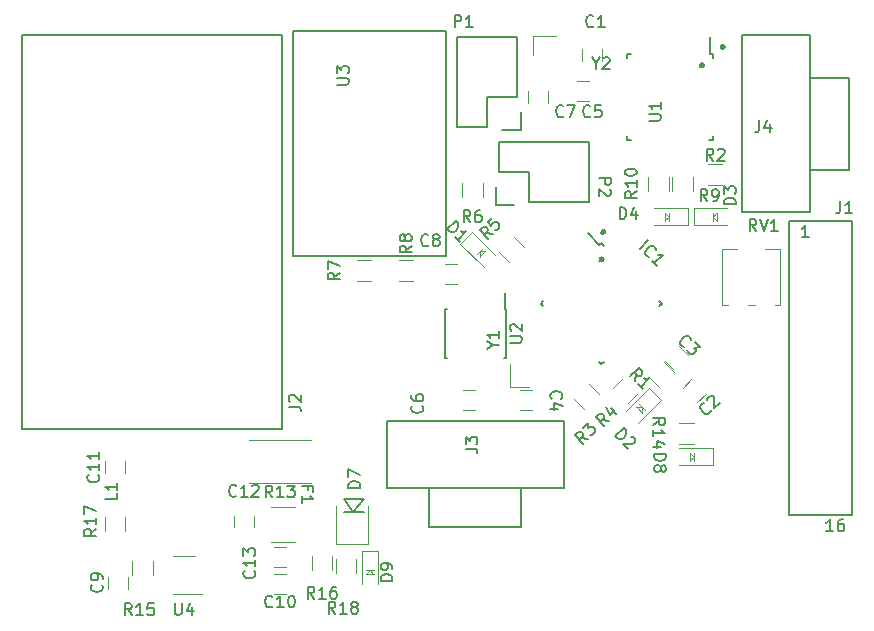
<source format=gbr>
G04 #@! TF.GenerationSoftware,KiCad,Pcbnew,5.0-dev-unknown-dd04bcb~61~ubuntu16.04.1*
G04 #@! TF.CreationDate,2018-03-08T21:33:43-05:00*
G04 #@! TF.ProjectId,etc.,6574632E2E6B696361645F7063620000,rev?*
G04 #@! TF.SameCoordinates,Original*
G04 #@! TF.FileFunction,Legend,Top*
G04 #@! TF.FilePolarity,Positive*
%FSLAX46Y46*%
G04 Gerber Fmt 4.6, Leading zero omitted, Abs format (unit mm)*
G04 Created by KiCad (PCBNEW 5.0-dev-unknown-dd04bcb~61~ubuntu16.04.1) date Thu Mar  8 21:33:43 2018*
%MOMM*%
%LPD*%
G01*
G04 APERTURE LIST*
%ADD10C,0.120000*%
%ADD11C,0.150000*%
%ADD12C,0.500000*%
%ADD13C,0.100000*%
%ADD14C,0.200000*%
G04 APERTURE END LIST*
D10*
X102284529Y-74689503D02*
X102284529Y-73489503D01*
X104044529Y-73489503D02*
X104044529Y-74689503D01*
X101694833Y-66088823D02*
X101694833Y-65088823D01*
X99994833Y-65088823D02*
X99994833Y-66088823D01*
D11*
X141867430Y-46770078D02*
X140859803Y-45762451D01*
X147153053Y-51737503D02*
X146923243Y-51507693D01*
X142026529Y-56864027D02*
X141796719Y-56634217D01*
X136900005Y-51737503D02*
X137129815Y-51967313D01*
X142026529Y-46610979D02*
X142256339Y-46840789D01*
X136900005Y-51737503D02*
X137129815Y-51507693D01*
X142026529Y-56864027D02*
X142256339Y-56634217D01*
X147153053Y-51737503D02*
X146923243Y-51967313D01*
X142026529Y-46610979D02*
X141867430Y-46770078D01*
D12*
X142203053Y-45648889D02*
G75*
G03X142203053Y-45648889I-50800J0D01*
G01*
X142059369Y-47983756D02*
G75*
G03X142059369Y-47983756I-50801J0D01*
G01*
D10*
X129826529Y-48347503D02*
X128826529Y-48347503D01*
X128826529Y-50047503D02*
X129826529Y-50047503D01*
X126116529Y-49823503D02*
X124916529Y-49823503D01*
X124916529Y-48063503D02*
X126116529Y-48063503D01*
X143012011Y-58905513D02*
X143860539Y-58056985D01*
X145105047Y-59301493D02*
X144256519Y-60150021D01*
D11*
X115896529Y-47671503D02*
X117896529Y-47671503D01*
X115896529Y-28671503D02*
X115896529Y-47671503D01*
X128896529Y-28671503D02*
X115896529Y-28671503D01*
X128896529Y-47671503D02*
X128896529Y-28671503D01*
X117896529Y-47671503D02*
X128896529Y-47671503D01*
D10*
X131088712Y-45651736D02*
X133068611Y-47631635D01*
X130098762Y-46641686D02*
X132078661Y-48621585D01*
X131088712Y-45651736D02*
X130098762Y-46641686D01*
D13*
X131725108Y-47278082D02*
X132149372Y-47278082D01*
X132149372Y-47278082D02*
X132220082Y-47278082D01*
X132220082Y-47278082D02*
X131760463Y-47737701D01*
X131725108Y-47773056D02*
X131760463Y-47737701D01*
X131760463Y-47737701D02*
X131725108Y-47773056D01*
X131725108Y-47773056D02*
X131725108Y-47278082D01*
X131725108Y-47278082D02*
X131972595Y-47030594D01*
X131477620Y-47525569D02*
X131725108Y-47278082D01*
D11*
X129834529Y-34211503D02*
X129834529Y-36751503D01*
X129834529Y-36751503D02*
X132374529Y-36751503D01*
X135194529Y-37031503D02*
X135194529Y-35481503D01*
X129834529Y-29131503D02*
X129834529Y-34211503D01*
X134914529Y-29131503D02*
X129834529Y-29131503D01*
X132374529Y-34211503D02*
X134914529Y-34211503D01*
X132374529Y-36751503D02*
X132374529Y-34211503D01*
X135194529Y-37031503D02*
X133644529Y-37031503D01*
X134914529Y-34211503D02*
X134914529Y-29131503D01*
D10*
X140414529Y-30155503D02*
X140414529Y-31155503D01*
X142114529Y-31155503D02*
X142114529Y-30155503D01*
X150148016Y-60058097D02*
X150855123Y-59350990D01*
X149653042Y-58148909D02*
X148945935Y-58856016D01*
X149331123Y-56062016D02*
X148624016Y-55354909D01*
X147421935Y-56556990D02*
X148129042Y-57264097D01*
X136176529Y-59015503D02*
X135176529Y-59015503D01*
X135176529Y-60715503D02*
X136176529Y-60715503D01*
X141002529Y-32853503D02*
X140002529Y-32853503D01*
X140002529Y-34553503D02*
X141002529Y-34553503D01*
X130350529Y-60715503D02*
X131350529Y-60715503D01*
X131350529Y-59015503D02*
X130350529Y-59015503D01*
X137542529Y-34711503D02*
X137542529Y-33711503D01*
X135842529Y-33711503D02*
X135842529Y-34711503D01*
X101982529Y-75859503D02*
X101982529Y-74859503D01*
X100282529Y-74859503D02*
X100282529Y-75859503D01*
X114314833Y-76344823D02*
X115314833Y-76344823D01*
X115314833Y-74644823D02*
X114314833Y-74644823D01*
X112616833Y-70676823D02*
X112616833Y-69676823D01*
X110916833Y-69676823D02*
X110916833Y-70676823D01*
X114314833Y-74058823D02*
X115314833Y-74058823D01*
X115314833Y-72358823D02*
X114314833Y-72358823D01*
D13*
X145222463Y-60238594D02*
X145469950Y-60486082D01*
X145469950Y-60486082D02*
X145717438Y-60733569D01*
X144974976Y-60486082D02*
X145469950Y-60486082D01*
X145010331Y-60521437D02*
X144974976Y-60486082D01*
X144974976Y-60486082D02*
X145010331Y-60521437D01*
X145469950Y-60981056D02*
X145010331Y-60521437D01*
X145469950Y-60910346D02*
X145469950Y-60981056D01*
X145469950Y-60486082D02*
X145469950Y-60910346D01*
D10*
X147096296Y-59849686D02*
X146106346Y-58859736D01*
X146106346Y-58859736D02*
X144126447Y-60839635D01*
X147096296Y-59849686D02*
X145116397Y-61829585D01*
D13*
X151478529Y-44721503D02*
X151478529Y-44371503D01*
X151478529Y-44371503D02*
X151478529Y-44021503D01*
X151828529Y-44721503D02*
X151478529Y-44371503D01*
X151828529Y-44671503D02*
X151828529Y-44721503D01*
X151828529Y-44721503D02*
X151828529Y-44671503D01*
X151828529Y-44021503D02*
X151828529Y-44671503D01*
X151778529Y-44071503D02*
X151828529Y-44021503D01*
X151478529Y-44371503D02*
X151778529Y-44071503D01*
D10*
X149878529Y-43671503D02*
X149878529Y-45071503D01*
X149878529Y-45071503D02*
X152678529Y-45071503D01*
X149878529Y-43671503D02*
X152678529Y-43671503D01*
X149330529Y-45071503D02*
X146530529Y-45071503D01*
X149330529Y-43671503D02*
X146530529Y-43671503D01*
X149330529Y-45071503D02*
X149330529Y-43671503D01*
D13*
X147730529Y-44371503D02*
X147430529Y-44671503D01*
X147430529Y-44671503D02*
X147380529Y-44721503D01*
X147380529Y-44721503D02*
X147380529Y-44071503D01*
X147380529Y-44021503D02*
X147380529Y-44071503D01*
X147380529Y-44071503D02*
X147380529Y-44021503D01*
X147380529Y-44021503D02*
X147730529Y-44371503D01*
X147730529Y-44371503D02*
X147730529Y-44721503D01*
X147730529Y-44021503D02*
X147730529Y-44371503D01*
D14*
X121910833Y-68290823D02*
X121010833Y-69390823D01*
X120210833Y-68290823D02*
X121910833Y-68290823D01*
X121010833Y-69390823D02*
X120210833Y-68290823D01*
X120210833Y-69390823D02*
X121910833Y-69390823D01*
D10*
X119577333Y-72065823D02*
X122244333Y-72065823D01*
X122244333Y-72065823D02*
X122244333Y-68890823D01*
X119577333Y-72065823D02*
X119577333Y-68890823D01*
D13*
X149846529Y-64341503D02*
X149846529Y-64691503D01*
X149846529Y-64691503D02*
X149846529Y-65041503D01*
X149496529Y-64341503D02*
X149846529Y-64691503D01*
X149496529Y-64391503D02*
X149496529Y-64341503D01*
X149496529Y-64341503D02*
X149496529Y-64391503D01*
X149496529Y-65041503D02*
X149496529Y-64391503D01*
X149546529Y-64991503D02*
X149496529Y-65041503D01*
X149846529Y-64691503D02*
X149546529Y-64991503D01*
D10*
X151446529Y-65391503D02*
X151446529Y-63991503D01*
X151446529Y-63991503D02*
X148646529Y-63991503D01*
X151446529Y-65391503D02*
X148646529Y-65391503D01*
X123134833Y-72678823D02*
X123134833Y-75478823D01*
X121734833Y-72678823D02*
X121734833Y-75478823D01*
X123134833Y-72678823D02*
X121734833Y-72678823D01*
D13*
X122434833Y-74278823D02*
X122734833Y-74578823D01*
X122734833Y-74578823D02*
X122784833Y-74628823D01*
X122784833Y-74628823D02*
X122134833Y-74628823D01*
X122084833Y-74628823D02*
X122134833Y-74628823D01*
X122134833Y-74628823D02*
X122084833Y-74628823D01*
X122084833Y-74628823D02*
X122434833Y-74278823D01*
X122434833Y-74278823D02*
X122784833Y-74278823D01*
X122084833Y-74278823D02*
X122434833Y-74278823D01*
D10*
X114068833Y-68934823D02*
X116068833Y-68934823D01*
X116068833Y-71894823D02*
X114068833Y-71894823D01*
D11*
X157918529Y-69663503D02*
X163218529Y-69663503D01*
X157918529Y-44733503D02*
X163218529Y-44733503D01*
X157918529Y-69663503D02*
X157918529Y-44733503D01*
X163218529Y-69663503D02*
X163218529Y-44733503D01*
X138858529Y-61643503D02*
X123858529Y-61643503D01*
X138858529Y-67365503D02*
X123858529Y-67365503D01*
X123858529Y-67365503D02*
X123858529Y-61643503D01*
X138858529Y-67365503D02*
X138858529Y-61643503D01*
X135258529Y-70675503D02*
X135258529Y-67365503D01*
X127458529Y-70675503D02*
X135258529Y-70675503D01*
X127458529Y-67365503D02*
X127458529Y-70675503D01*
X159686529Y-40397503D02*
X162996529Y-40397503D01*
X162996529Y-40397503D02*
X162996529Y-32597503D01*
X162996529Y-32597503D02*
X159686529Y-32597503D01*
X159686529Y-28997503D02*
X153964529Y-28997503D01*
X159686529Y-43997503D02*
X153964529Y-43997503D01*
X159686529Y-28997503D02*
X159686529Y-43997503D01*
X153964529Y-28997503D02*
X153964529Y-43997503D01*
X135930529Y-43101503D02*
X141010529Y-43101503D01*
X133110529Y-43381503D02*
X133110529Y-41831503D01*
X133390529Y-40561503D02*
X135930529Y-40561503D01*
X135930529Y-40561503D02*
X135930529Y-43101503D01*
X141010529Y-43101503D02*
X141010529Y-38021503D01*
X141010529Y-38021503D02*
X135930529Y-38021503D01*
X133110529Y-43381503D02*
X134660529Y-43381503D01*
X133390529Y-38021503D02*
X133390529Y-40561503D01*
X135930529Y-38021503D02*
X133390529Y-38021503D01*
D10*
X146908539Y-58789772D02*
X146060011Y-57941244D01*
X147304519Y-56696736D02*
X148153047Y-57545264D01*
X151078529Y-39935503D02*
X152278529Y-39935503D01*
X152278529Y-41695503D02*
X151078529Y-41695503D01*
X140558539Y-60658021D02*
X139710011Y-59809493D01*
X140954519Y-58564985D02*
X141803047Y-59413513D01*
X134208539Y-48212021D02*
X133360011Y-47363493D01*
X134604519Y-46118985D02*
X135453047Y-46967513D01*
X130224529Y-42685503D02*
X130224529Y-41485503D01*
X131984529Y-41485503D02*
X131984529Y-42685503D01*
X121360529Y-48063503D02*
X122560529Y-48063503D01*
X122560529Y-49823503D02*
X121360529Y-49823503D01*
X148004529Y-42177503D02*
X148004529Y-40977503D01*
X149764529Y-40977503D02*
X149764529Y-42177503D01*
X145972529Y-42177503D02*
X145972529Y-40977503D01*
X147732529Y-40977503D02*
X147732529Y-42177503D01*
X112214833Y-63260823D02*
X117414833Y-63260823D01*
X117414833Y-66900823D02*
X112214833Y-66900823D01*
X148638574Y-61858447D02*
X149838574Y-61858447D01*
X149838574Y-63618447D02*
X148638574Y-63618447D01*
X117490833Y-74316823D02*
X117490833Y-73116823D01*
X119250833Y-73116823D02*
X119250833Y-74316823D01*
X99964833Y-71014823D02*
X99964833Y-69814823D01*
X101724833Y-69814823D02*
X101724833Y-71014823D01*
X121282833Y-73370823D02*
X121282833Y-74570823D01*
X119522833Y-74570823D02*
X119522833Y-73370823D01*
D12*
X150560929Y-31544503D02*
G75*
G03X150560929Y-31544503I-50800J0D01*
G01*
X152313529Y-29995103D02*
G75*
G03X152313529Y-29995103I-50800J0D01*
G01*
D11*
X151493529Y-30586503D02*
X151268529Y-30586503D01*
X151493529Y-37836503D02*
X151168529Y-37836503D01*
X144243529Y-37836503D02*
X144568529Y-37836503D01*
X144243529Y-30586503D02*
X144568529Y-30586503D01*
X151493529Y-30586503D02*
X151493529Y-30911503D01*
X144243529Y-30586503D02*
X144243529Y-30911503D01*
X144243529Y-37836503D02*
X144243529Y-37511503D01*
X151493529Y-37836503D02*
X151493529Y-37511503D01*
X151268529Y-30586503D02*
X151268529Y-29161503D01*
X133933529Y-52202502D02*
X133883529Y-52202503D01*
X133933529Y-56352504D02*
X133788529Y-56352503D01*
X128783529Y-56352504D02*
X128928529Y-56352503D01*
X128783529Y-52202502D02*
X128928529Y-52202503D01*
X133933529Y-52202502D02*
X133933529Y-56352504D01*
X128783529Y-52202502D02*
X128783529Y-56352504D01*
X133883529Y-52202503D02*
X133883530Y-50802503D01*
D10*
X107586833Y-73122823D02*
X105786833Y-73122823D01*
X105786833Y-76342823D02*
X108236833Y-76342823D01*
D13*
X134292529Y-58817503D02*
X134292529Y-56817503D01*
X134292529Y-58817503D02*
X135892529Y-58817503D01*
X136216529Y-29055503D02*
X136216529Y-30655503D01*
X136216529Y-29055503D02*
X138216529Y-29055503D01*
D11*
X92958529Y-62309503D02*
X92953729Y-29004503D01*
X92958529Y-29004503D02*
X114958529Y-29004503D01*
X114975529Y-29004503D02*
X114958529Y-62309503D01*
X114958529Y-62309503D02*
X92958529Y-62309503D01*
D10*
X157186529Y-47091503D02*
X157186529Y-51811503D01*
X152266529Y-47091503D02*
X152266529Y-51811503D01*
X157186529Y-47091503D02*
X155906529Y-47091503D01*
X153546529Y-47091503D02*
X152266529Y-47091503D01*
X157186529Y-51811503D02*
X156706529Y-51811503D01*
X155046529Y-51811503D02*
X154406529Y-51811503D01*
X152746529Y-51811503D02*
X152266529Y-51811503D01*
X156806529Y-47091503D02*
X156806529Y-47091503D01*
X156806529Y-47091503D02*
X155906529Y-47091503D01*
X156806529Y-47091503D02*
X155906529Y-47091503D01*
D11*
X102267671Y-78097883D02*
X101934338Y-77621693D01*
X101696243Y-78097883D02*
X101696243Y-77097883D01*
X102077195Y-77097883D01*
X102172433Y-77145503D01*
X102220052Y-77193122D01*
X102267671Y-77288360D01*
X102267671Y-77431217D01*
X102220052Y-77526455D01*
X102172433Y-77574074D01*
X102077195Y-77621693D01*
X101696243Y-77621693D01*
X103220052Y-78097883D02*
X102648624Y-78097883D01*
X102934338Y-78097883D02*
X102934338Y-77097883D01*
X102839100Y-77240741D01*
X102743862Y-77335979D01*
X102648624Y-77383598D01*
X104124814Y-77097883D02*
X103648624Y-77097883D01*
X103601005Y-77574074D01*
X103648624Y-77526455D01*
X103743862Y-77478836D01*
X103981957Y-77478836D01*
X104077195Y-77526455D01*
X104124814Y-77574074D01*
X104172433Y-77669312D01*
X104172433Y-77907407D01*
X104124814Y-78002645D01*
X104077195Y-78050264D01*
X103981957Y-78097883D01*
X103743862Y-78097883D01*
X103648624Y-78050264D01*
X103601005Y-78002645D01*
X99423975Y-66231680D02*
X99471594Y-66279299D01*
X99519213Y-66422156D01*
X99519213Y-66517394D01*
X99471594Y-66660251D01*
X99376356Y-66755489D01*
X99281118Y-66803108D01*
X99090642Y-66850727D01*
X98947785Y-66850727D01*
X98757309Y-66803108D01*
X98662071Y-66755489D01*
X98566833Y-66660251D01*
X98519213Y-66517394D01*
X98519213Y-66422156D01*
X98566833Y-66279299D01*
X98614452Y-66231680D01*
X99519213Y-65279299D02*
X99519213Y-65850727D01*
X99519213Y-65565013D02*
X98519213Y-65565013D01*
X98662071Y-65660251D01*
X98757309Y-65755489D01*
X98804928Y-65850727D01*
X99519213Y-64326918D02*
X99519213Y-64898346D01*
X99519213Y-64612632D02*
X98519213Y-64612632D01*
X98662071Y-64707870D01*
X98757309Y-64803108D01*
X98804928Y-64898346D01*
X145294372Y-47089117D02*
X146001479Y-46382010D01*
X146102494Y-47762552D02*
X146035150Y-47762552D01*
X145900463Y-47695209D01*
X145833120Y-47627865D01*
X145765776Y-47493178D01*
X145765776Y-47358491D01*
X145799448Y-47257476D01*
X145900463Y-47089117D01*
X146001479Y-46988102D01*
X146169837Y-46887087D01*
X146270853Y-46853415D01*
X146405540Y-46853415D01*
X146540227Y-46920758D01*
X146607570Y-46988102D01*
X146674914Y-47122789D01*
X146674914Y-47190132D01*
X146708586Y-48503331D02*
X146304525Y-48099270D01*
X146506555Y-48301300D02*
X147213662Y-47594194D01*
X147045303Y-47627865D01*
X146910616Y-47627865D01*
X146809601Y-47594194D01*
X127381862Y-46760645D02*
X127334243Y-46808264D01*
X127191386Y-46855883D01*
X127096148Y-46855883D01*
X126953290Y-46808264D01*
X126858052Y-46713026D01*
X126810433Y-46617788D01*
X126762814Y-46427312D01*
X126762814Y-46284455D01*
X126810433Y-46093979D01*
X126858052Y-45998741D01*
X126953290Y-45903503D01*
X127096148Y-45855883D01*
X127191386Y-45855883D01*
X127334243Y-45903503D01*
X127381862Y-45951122D01*
X127953290Y-46284455D02*
X127858052Y-46236836D01*
X127810433Y-46189217D01*
X127762814Y-46093979D01*
X127762814Y-46046360D01*
X127810433Y-45951122D01*
X127858052Y-45903503D01*
X127953290Y-45855883D01*
X128143767Y-45855883D01*
X128239005Y-45903503D01*
X128286624Y-45951122D01*
X128334243Y-46046360D01*
X128334243Y-46093979D01*
X128286624Y-46189217D01*
X128239005Y-46236836D01*
X128143767Y-46284455D01*
X127953290Y-46284455D01*
X127858052Y-46332074D01*
X127810433Y-46379693D01*
X127762814Y-46474931D01*
X127762814Y-46665407D01*
X127810433Y-46760645D01*
X127858052Y-46808264D01*
X127953290Y-46855883D01*
X128143767Y-46855883D01*
X128239005Y-46808264D01*
X128286624Y-46760645D01*
X128334243Y-46665407D01*
X128334243Y-46474931D01*
X128286624Y-46379693D01*
X128239005Y-46332074D01*
X128143767Y-46284455D01*
X125968909Y-46824169D02*
X125492719Y-47157503D01*
X125968909Y-47395598D02*
X124968909Y-47395598D01*
X124968909Y-47014645D01*
X125016529Y-46919407D01*
X125064148Y-46871788D01*
X125159386Y-46824169D01*
X125302243Y-46824169D01*
X125397481Y-46871788D01*
X125445100Y-46919407D01*
X125492719Y-47014645D01*
X125492719Y-47395598D01*
X125397481Y-46252741D02*
X125349862Y-46347979D01*
X125302243Y-46395598D01*
X125207005Y-46443217D01*
X125159386Y-46443217D01*
X125064148Y-46395598D01*
X125016529Y-46347979D01*
X124968909Y-46252741D01*
X124968909Y-46062264D01*
X125016529Y-45967026D01*
X125064148Y-45919407D01*
X125159386Y-45871788D01*
X125207005Y-45871788D01*
X125302243Y-45919407D01*
X125349862Y-45967026D01*
X125397481Y-46062264D01*
X125397481Y-46252741D01*
X125445100Y-46347979D01*
X125492719Y-46395598D01*
X125587957Y-46443217D01*
X125778433Y-46443217D01*
X125873671Y-46395598D01*
X125921290Y-46347979D01*
X125968909Y-46252741D01*
X125968909Y-46062264D01*
X125921290Y-45967026D01*
X125873671Y-45919407D01*
X125778433Y-45871788D01*
X125587957Y-45871788D01*
X125492719Y-45919407D01*
X125445100Y-45967026D01*
X125397481Y-46062264D01*
X142696030Y-61651732D02*
X142123610Y-61550717D01*
X142291969Y-62055793D02*
X141584862Y-61348687D01*
X141854236Y-61079312D01*
X141955251Y-61045641D01*
X142022595Y-61045641D01*
X142123610Y-61079312D01*
X142224625Y-61180328D01*
X142258297Y-61281343D01*
X142258297Y-61348687D01*
X142224625Y-61449702D01*
X141955251Y-61719076D01*
X142830717Y-60574236D02*
X143302122Y-61045641D01*
X142392984Y-60473221D02*
X142729702Y-61146656D01*
X143167435Y-60708923D01*
X119634909Y-33195407D02*
X120444433Y-33195407D01*
X120539671Y-33147788D01*
X120587290Y-33100169D01*
X120634909Y-33004931D01*
X120634909Y-32814455D01*
X120587290Y-32719217D01*
X120539671Y-32671598D01*
X120444433Y-32623979D01*
X119634909Y-32623979D01*
X119634909Y-32243026D02*
X119634909Y-31623979D01*
X120015862Y-31957312D01*
X120015862Y-31814455D01*
X120063481Y-31719217D01*
X120111100Y-31671598D01*
X120206338Y-31623979D01*
X120444433Y-31623979D01*
X120539671Y-31671598D01*
X120587290Y-31719217D01*
X120634909Y-31814455D01*
X120634909Y-32100169D01*
X120587290Y-32195407D01*
X120539671Y-32243026D01*
X128992735Y-45439472D02*
X129699841Y-44732365D01*
X129868200Y-44900724D01*
X129935544Y-45035411D01*
X129935544Y-45170098D01*
X129901872Y-45271113D01*
X129800857Y-45439472D01*
X129699841Y-45540487D01*
X129531483Y-45641503D01*
X129430467Y-45675174D01*
X129295780Y-45675174D01*
X129161093Y-45607831D01*
X128992735Y-45439472D01*
X130070231Y-46516968D02*
X129666170Y-46112907D01*
X129868200Y-46314938D02*
X130575307Y-45607831D01*
X130406948Y-45641503D01*
X130272261Y-45641503D01*
X130171246Y-45607831D01*
X129604433Y-28313883D02*
X129604433Y-27313883D01*
X129985386Y-27313883D01*
X130080624Y-27361503D01*
X130128243Y-27409122D01*
X130175862Y-27504360D01*
X130175862Y-27647217D01*
X130128243Y-27742455D01*
X130080624Y-27790074D01*
X129985386Y-27837693D01*
X129604433Y-27837693D01*
X131128243Y-28313883D02*
X130556814Y-28313883D01*
X130842529Y-28313883D02*
X130842529Y-27313883D01*
X130747290Y-27456741D01*
X130652052Y-27551979D01*
X130556814Y-27599598D01*
X141351862Y-28218645D02*
X141304243Y-28266264D01*
X141161386Y-28313883D01*
X141066148Y-28313883D01*
X140923290Y-28266264D01*
X140828052Y-28171026D01*
X140780433Y-28075788D01*
X140732814Y-27885312D01*
X140732814Y-27742455D01*
X140780433Y-27551979D01*
X140828052Y-27456741D01*
X140923290Y-27361503D01*
X141066148Y-27313883D01*
X141161386Y-27313883D01*
X141304243Y-27361503D01*
X141351862Y-27409122D01*
X142304243Y-28313883D02*
X141732814Y-28313883D01*
X142018529Y-28313883D02*
X142018529Y-27313883D01*
X141923290Y-27456741D01*
X141828052Y-27551979D01*
X141732814Y-27599598D01*
X151305216Y-60743892D02*
X151305216Y-60811235D01*
X151237872Y-60945922D01*
X151170529Y-61013266D01*
X151035841Y-61080609D01*
X150901154Y-61080609D01*
X150800139Y-61046938D01*
X150631780Y-60945922D01*
X150530765Y-60844907D01*
X150429750Y-60676548D01*
X150396078Y-60575533D01*
X150396078Y-60440846D01*
X150463422Y-60306159D01*
X150530765Y-60238815D01*
X150665452Y-60171472D01*
X150732796Y-60171472D01*
X151002170Y-59902098D02*
X151002170Y-59834754D01*
X151035841Y-59733739D01*
X151204200Y-59565380D01*
X151305216Y-59531709D01*
X151372559Y-59531709D01*
X151473574Y-59565380D01*
X151540918Y-59632724D01*
X151608261Y-59767411D01*
X151608261Y-60575533D01*
X152045994Y-60137800D01*
X149066799Y-55383530D02*
X148999456Y-55383530D01*
X148864769Y-55316186D01*
X148797425Y-55248843D01*
X148730082Y-55114155D01*
X148730082Y-54979468D01*
X148763753Y-54878453D01*
X148864769Y-54710094D01*
X148965784Y-54609079D01*
X149134143Y-54508064D01*
X149235158Y-54474392D01*
X149369845Y-54474392D01*
X149504532Y-54541736D01*
X149571876Y-54609079D01*
X149639219Y-54743766D01*
X149639219Y-54811110D01*
X149942265Y-54979468D02*
X150379998Y-55417201D01*
X149874921Y-55450873D01*
X149975937Y-55551888D01*
X150009608Y-55652904D01*
X150009608Y-55720247D01*
X149975937Y-55821262D01*
X149807578Y-55989621D01*
X149706563Y-56023293D01*
X149639219Y-56023293D01*
X149538204Y-55989621D01*
X149336173Y-55787591D01*
X149302501Y-55686575D01*
X149302501Y-55619232D01*
X137818857Y-59777333D02*
X137771238Y-59729714D01*
X137723619Y-59586857D01*
X137723619Y-59491619D01*
X137771238Y-59348761D01*
X137866476Y-59253523D01*
X137961714Y-59205904D01*
X138152190Y-59158285D01*
X138295047Y-59158285D01*
X138485523Y-59205904D01*
X138580761Y-59253523D01*
X138676000Y-59348761D01*
X138723619Y-59491619D01*
X138723619Y-59586857D01*
X138676000Y-59729714D01*
X138628380Y-59777333D01*
X138390285Y-60634476D02*
X137723619Y-60634476D01*
X138771238Y-60396380D02*
X138056952Y-60158285D01*
X138056952Y-60777333D01*
X141097862Y-35838645D02*
X141050243Y-35886264D01*
X140907386Y-35933883D01*
X140812148Y-35933883D01*
X140669290Y-35886264D01*
X140574052Y-35791026D01*
X140526433Y-35695788D01*
X140478814Y-35505312D01*
X140478814Y-35362455D01*
X140526433Y-35171979D01*
X140574052Y-35076741D01*
X140669290Y-34981503D01*
X140812148Y-34933883D01*
X140907386Y-34933883D01*
X141050243Y-34981503D01*
X141097862Y-35029122D01*
X142002624Y-34933883D02*
X141526433Y-34933883D01*
X141478814Y-35410074D01*
X141526433Y-35362455D01*
X141621671Y-35314836D01*
X141859767Y-35314836D01*
X141955005Y-35362455D01*
X142002624Y-35410074D01*
X142050243Y-35505312D01*
X142050243Y-35743407D01*
X142002624Y-35838645D01*
X141955005Y-35886264D01*
X141859767Y-35933883D01*
X141621671Y-35933883D01*
X141526433Y-35886264D01*
X141478814Y-35838645D01*
X126849142Y-60364666D02*
X126896761Y-60412285D01*
X126944380Y-60555142D01*
X126944380Y-60650380D01*
X126896761Y-60793238D01*
X126801523Y-60888476D01*
X126706285Y-60936095D01*
X126515809Y-60983714D01*
X126372952Y-60983714D01*
X126182476Y-60936095D01*
X126087238Y-60888476D01*
X125992000Y-60793238D01*
X125944380Y-60650380D01*
X125944380Y-60555142D01*
X125992000Y-60412285D01*
X126039619Y-60364666D01*
X125944380Y-59507523D02*
X125944380Y-59698000D01*
X125992000Y-59793238D01*
X126039619Y-59840857D01*
X126182476Y-59936095D01*
X126372952Y-59983714D01*
X126753904Y-59983714D01*
X126849142Y-59936095D01*
X126896761Y-59888476D01*
X126944380Y-59793238D01*
X126944380Y-59602761D01*
X126896761Y-59507523D01*
X126849142Y-59459904D01*
X126753904Y-59412285D01*
X126515809Y-59412285D01*
X126420571Y-59459904D01*
X126372952Y-59507523D01*
X126325333Y-59602761D01*
X126325333Y-59793238D01*
X126372952Y-59888476D01*
X126420571Y-59936095D01*
X126515809Y-59983714D01*
X138811862Y-35838645D02*
X138764243Y-35886264D01*
X138621386Y-35933883D01*
X138526148Y-35933883D01*
X138383290Y-35886264D01*
X138288052Y-35791026D01*
X138240433Y-35695788D01*
X138192814Y-35505312D01*
X138192814Y-35362455D01*
X138240433Y-35171979D01*
X138288052Y-35076741D01*
X138383290Y-34981503D01*
X138526148Y-34933883D01*
X138621386Y-34933883D01*
X138764243Y-34981503D01*
X138811862Y-35029122D01*
X139145195Y-34933883D02*
X139811862Y-34933883D01*
X139383290Y-35933883D01*
X99711671Y-75526169D02*
X99759290Y-75573788D01*
X99806909Y-75716645D01*
X99806909Y-75811883D01*
X99759290Y-75954741D01*
X99664052Y-76049979D01*
X99568814Y-76097598D01*
X99378338Y-76145217D01*
X99235481Y-76145217D01*
X99045005Y-76097598D01*
X98949767Y-76049979D01*
X98854529Y-75954741D01*
X98806909Y-75811883D01*
X98806909Y-75716645D01*
X98854529Y-75573788D01*
X98902148Y-75526169D01*
X99806909Y-75049979D02*
X99806909Y-74859503D01*
X99759290Y-74764264D01*
X99711671Y-74716645D01*
X99568814Y-74621407D01*
X99378338Y-74573788D01*
X98997386Y-74573788D01*
X98902148Y-74621407D01*
X98854529Y-74669026D01*
X98806909Y-74764264D01*
X98806909Y-74954741D01*
X98854529Y-75049979D01*
X98902148Y-75097598D01*
X98997386Y-75145217D01*
X99235481Y-75145217D01*
X99330719Y-75097598D01*
X99378338Y-75049979D01*
X99425957Y-74954741D01*
X99425957Y-74764264D01*
X99378338Y-74669026D01*
X99330719Y-74621407D01*
X99235481Y-74573788D01*
X114171975Y-77351965D02*
X114124356Y-77399584D01*
X113981499Y-77447203D01*
X113886261Y-77447203D01*
X113743404Y-77399584D01*
X113648166Y-77304346D01*
X113600547Y-77209108D01*
X113552928Y-77018632D01*
X113552928Y-76875775D01*
X113600547Y-76685299D01*
X113648166Y-76590061D01*
X113743404Y-76494823D01*
X113886261Y-76447203D01*
X113981499Y-76447203D01*
X114124356Y-76494823D01*
X114171975Y-76542442D01*
X115124356Y-77447203D02*
X114552928Y-77447203D01*
X114838642Y-77447203D02*
X114838642Y-76447203D01*
X114743404Y-76590061D01*
X114648166Y-76685299D01*
X114552928Y-76732918D01*
X115743404Y-76447203D02*
X115838642Y-76447203D01*
X115933880Y-76494823D01*
X115981499Y-76542442D01*
X116029118Y-76637680D01*
X116076737Y-76828156D01*
X116076737Y-77066251D01*
X116029118Y-77256727D01*
X115981499Y-77351965D01*
X115933880Y-77399584D01*
X115838642Y-77447203D01*
X115743404Y-77447203D01*
X115648166Y-77399584D01*
X115600547Y-77351965D01*
X115552928Y-77256727D01*
X115505309Y-77066251D01*
X115505309Y-76828156D01*
X115552928Y-76637680D01*
X115600547Y-76542442D01*
X115648166Y-76494823D01*
X115743404Y-76447203D01*
X111123975Y-67977965D02*
X111076356Y-68025584D01*
X110933499Y-68073203D01*
X110838261Y-68073203D01*
X110695404Y-68025584D01*
X110600166Y-67930346D01*
X110552547Y-67835108D01*
X110504928Y-67644632D01*
X110504928Y-67501775D01*
X110552547Y-67311299D01*
X110600166Y-67216061D01*
X110695404Y-67120823D01*
X110838261Y-67073203D01*
X110933499Y-67073203D01*
X111076356Y-67120823D01*
X111123975Y-67168442D01*
X112076356Y-68073203D02*
X111504928Y-68073203D01*
X111790642Y-68073203D02*
X111790642Y-67073203D01*
X111695404Y-67216061D01*
X111600166Y-67311299D01*
X111504928Y-67358918D01*
X112457309Y-67168442D02*
X112504928Y-67120823D01*
X112600166Y-67073203D01*
X112838261Y-67073203D01*
X112933499Y-67120823D01*
X112981118Y-67168442D01*
X113028737Y-67263680D01*
X113028737Y-67358918D01*
X112981118Y-67501775D01*
X112409690Y-68073203D01*
X113028737Y-68073203D01*
X112631975Y-74359680D02*
X112679594Y-74407299D01*
X112727213Y-74550156D01*
X112727213Y-74645394D01*
X112679594Y-74788251D01*
X112584356Y-74883489D01*
X112489118Y-74931108D01*
X112298642Y-74978727D01*
X112155785Y-74978727D01*
X111965309Y-74931108D01*
X111870071Y-74883489D01*
X111774833Y-74788251D01*
X111727213Y-74645394D01*
X111727213Y-74550156D01*
X111774833Y-74407299D01*
X111822452Y-74359680D01*
X112727213Y-73407299D02*
X112727213Y-73978727D01*
X112727213Y-73693013D02*
X111727213Y-73693013D01*
X111870071Y-73788251D01*
X111965309Y-73883489D01*
X112012928Y-73978727D01*
X111727213Y-73073965D02*
X111727213Y-72454918D01*
X112108166Y-72788251D01*
X112108166Y-72645394D01*
X112155785Y-72550156D01*
X112203404Y-72502537D01*
X112298642Y-72454918D01*
X112536737Y-72454918D01*
X112631975Y-72502537D01*
X112679594Y-72550156D01*
X112727213Y-72645394D01*
X112727213Y-72931108D01*
X112679594Y-73026346D01*
X112631975Y-73073965D01*
X143216735Y-62965472D02*
X143923841Y-62258365D01*
X144092200Y-62426724D01*
X144159544Y-62561411D01*
X144159544Y-62696098D01*
X144125872Y-62797113D01*
X144024857Y-62965472D01*
X143923841Y-63066487D01*
X143755483Y-63167503D01*
X143654467Y-63201174D01*
X143519780Y-63201174D01*
X143385093Y-63133831D01*
X143216735Y-62965472D01*
X144529933Y-62999144D02*
X144597277Y-62999144D01*
X144698292Y-63032815D01*
X144866651Y-63201174D01*
X144900322Y-63302190D01*
X144900322Y-63369533D01*
X144866651Y-63470548D01*
X144799307Y-63537892D01*
X144664620Y-63605235D01*
X143856498Y-63605235D01*
X144294231Y-64042968D01*
X153400909Y-43331598D02*
X152400909Y-43331598D01*
X152400909Y-43093503D01*
X152448529Y-42950645D01*
X152543767Y-42855407D01*
X152639005Y-42807788D01*
X152829481Y-42760169D01*
X152972338Y-42760169D01*
X153162814Y-42807788D01*
X153258052Y-42855407D01*
X153353290Y-42950645D01*
X153400909Y-43093503D01*
X153400909Y-43331598D01*
X152400909Y-42426836D02*
X152400909Y-41807788D01*
X152781862Y-42141122D01*
X152781862Y-41998264D01*
X152829481Y-41903026D01*
X152877100Y-41855407D01*
X152972338Y-41807788D01*
X153210433Y-41807788D01*
X153305671Y-41855407D01*
X153353290Y-41903026D01*
X153400909Y-41998264D01*
X153400909Y-42283979D01*
X153353290Y-42379217D01*
X153305671Y-42426836D01*
X143574433Y-44569883D02*
X143574433Y-43569883D01*
X143812529Y-43569883D01*
X143955386Y-43617503D01*
X144050624Y-43712741D01*
X144098243Y-43807979D01*
X144145862Y-43998455D01*
X144145862Y-44141312D01*
X144098243Y-44331788D01*
X144050624Y-44427026D01*
X143955386Y-44522264D01*
X143812529Y-44569883D01*
X143574433Y-44569883D01*
X145003005Y-43903217D02*
X145003005Y-44569883D01*
X144764909Y-43522264D02*
X144526814Y-44236550D01*
X145145862Y-44236550D01*
X121617213Y-67342918D02*
X120617213Y-67342918D01*
X120617213Y-67104823D01*
X120664833Y-66961965D01*
X120760071Y-66866727D01*
X120855309Y-66819108D01*
X121045785Y-66771489D01*
X121188642Y-66771489D01*
X121379118Y-66819108D01*
X121474356Y-66866727D01*
X121569594Y-66961965D01*
X121617213Y-67104823D01*
X121617213Y-67342918D01*
X120617213Y-66438156D02*
X120617213Y-65771489D01*
X121617213Y-66200061D01*
X146484148Y-64461407D02*
X147484148Y-64461407D01*
X147484148Y-64699503D01*
X147436529Y-64842360D01*
X147341290Y-64937598D01*
X147246052Y-64985217D01*
X147055576Y-65032836D01*
X146912719Y-65032836D01*
X146722243Y-64985217D01*
X146627005Y-64937598D01*
X146531767Y-64842360D01*
X146484148Y-64699503D01*
X146484148Y-64461407D01*
X147055576Y-65604264D02*
X147103195Y-65509026D01*
X147150814Y-65461407D01*
X147246052Y-65413788D01*
X147293671Y-65413788D01*
X147388909Y-65461407D01*
X147436529Y-65509026D01*
X147484148Y-65604264D01*
X147484148Y-65794741D01*
X147436529Y-65889979D01*
X147388909Y-65937598D01*
X147293671Y-65985217D01*
X147246052Y-65985217D01*
X147150814Y-65937598D01*
X147103195Y-65889979D01*
X147055576Y-65794741D01*
X147055576Y-65604264D01*
X147007957Y-65509026D01*
X146960338Y-65461407D01*
X146865100Y-65413788D01*
X146674624Y-65413788D01*
X146579386Y-65461407D01*
X146531767Y-65509026D01*
X146484148Y-65604264D01*
X146484148Y-65794741D01*
X146531767Y-65889979D01*
X146579386Y-65937598D01*
X146674624Y-65985217D01*
X146865100Y-65985217D01*
X146960338Y-65937598D01*
X147007957Y-65889979D01*
X147055576Y-65794741D01*
X124337213Y-75216918D02*
X123337213Y-75216918D01*
X123337213Y-74978823D01*
X123384833Y-74835965D01*
X123480071Y-74740727D01*
X123575309Y-74693108D01*
X123765785Y-74645489D01*
X123908642Y-74645489D01*
X124099118Y-74693108D01*
X124194356Y-74740727D01*
X124289594Y-74835965D01*
X124337213Y-74978823D01*
X124337213Y-75216918D01*
X124337213Y-74169299D02*
X124337213Y-73978823D01*
X124289594Y-73883584D01*
X124241975Y-73835965D01*
X124099118Y-73740727D01*
X123908642Y-73693108D01*
X123527690Y-73693108D01*
X123432452Y-73740727D01*
X123384833Y-73788346D01*
X123337213Y-73883584D01*
X123337213Y-74074061D01*
X123384833Y-74169299D01*
X123432452Y-74216918D01*
X123527690Y-74264537D01*
X123765785Y-74264537D01*
X123861023Y-74216918D01*
X123908642Y-74169299D01*
X123956261Y-74074061D01*
X123956261Y-73883584D01*
X123908642Y-73788346D01*
X123861023Y-73740727D01*
X123765785Y-73693108D01*
X117172261Y-67541489D02*
X117172261Y-67208156D01*
X116648452Y-67208156D02*
X117648452Y-67208156D01*
X117648452Y-67684346D01*
X116648452Y-68589108D02*
X116648452Y-68017680D01*
X116648452Y-68303394D02*
X117648452Y-68303394D01*
X117505594Y-68208156D01*
X117410356Y-68112918D01*
X117362737Y-68017680D01*
X162267195Y-43061883D02*
X162267195Y-43776169D01*
X162219576Y-43919026D01*
X162124338Y-44014264D01*
X161981481Y-44061883D01*
X161886243Y-44061883D01*
X163267195Y-44061883D02*
X162695767Y-44061883D01*
X162981481Y-44061883D02*
X162981481Y-43061883D01*
X162886243Y-43204741D01*
X162791005Y-43299979D01*
X162695767Y-43347598D01*
X161648052Y-70985883D02*
X161076624Y-70985883D01*
X161362338Y-70985883D02*
X161362338Y-69985883D01*
X161267100Y-70128741D01*
X161171862Y-70223979D01*
X161076624Y-70271598D01*
X162505195Y-69985883D02*
X162314719Y-69985883D01*
X162219481Y-70033503D01*
X162171862Y-70081122D01*
X162076624Y-70223979D01*
X162029005Y-70414455D01*
X162029005Y-70795407D01*
X162076624Y-70890645D01*
X162124243Y-70938264D01*
X162219481Y-70985883D01*
X162409957Y-70985883D01*
X162505195Y-70938264D01*
X162552814Y-70890645D01*
X162600433Y-70795407D01*
X162600433Y-70557312D01*
X162552814Y-70462074D01*
X162505195Y-70414455D01*
X162409957Y-70366836D01*
X162219481Y-70366836D01*
X162124243Y-70414455D01*
X162076624Y-70462074D01*
X162029005Y-70557312D01*
X159584243Y-46093883D02*
X159012814Y-46093883D01*
X159298529Y-46093883D02*
X159298529Y-45093883D01*
X159203290Y-45236741D01*
X159108052Y-45331979D01*
X159012814Y-45379598D01*
X130528909Y-64008836D02*
X131243195Y-64008836D01*
X131386052Y-64056455D01*
X131481290Y-64151693D01*
X131528909Y-64294550D01*
X131528909Y-64389788D01*
X130528909Y-63627883D02*
X130528909Y-63008836D01*
X130909862Y-63342169D01*
X130909862Y-63199312D01*
X130957481Y-63104074D01*
X131005100Y-63056455D01*
X131100338Y-63008836D01*
X131338433Y-63008836D01*
X131433671Y-63056455D01*
X131481290Y-63104074D01*
X131528909Y-63199312D01*
X131528909Y-63485026D01*
X131481290Y-63580264D01*
X131433671Y-63627883D01*
X155409195Y-36203883D02*
X155409195Y-36918169D01*
X155361576Y-37061026D01*
X155266338Y-37156264D01*
X155123481Y-37203883D01*
X155028243Y-37203883D01*
X156313957Y-36537217D02*
X156313957Y-37203883D01*
X156075862Y-36156264D02*
X155837767Y-36870550D01*
X156456814Y-36870550D01*
X101043213Y-67787489D02*
X101043213Y-68263680D01*
X100043213Y-68263680D01*
X101043213Y-66930346D02*
X101043213Y-67501775D01*
X101043213Y-67216061D02*
X100043213Y-67216061D01*
X100186071Y-67311299D01*
X100281309Y-67406537D01*
X100328928Y-67501775D01*
X141828148Y-41093407D02*
X142828148Y-41093407D01*
X142828148Y-41474360D01*
X142780529Y-41569598D01*
X142732909Y-41617217D01*
X142637671Y-41664836D01*
X142494814Y-41664836D01*
X142399576Y-41617217D01*
X142351957Y-41569598D01*
X142304338Y-41474360D01*
X142304338Y-41093407D01*
X142732909Y-42045788D02*
X142780529Y-42093407D01*
X142828148Y-42188645D01*
X142828148Y-42426741D01*
X142780529Y-42521979D01*
X142732909Y-42569598D01*
X142637671Y-42617217D01*
X142542433Y-42617217D01*
X142399576Y-42569598D01*
X141828148Y-41998169D01*
X141828148Y-42617217D01*
X144890796Y-58289533D02*
X144991811Y-57717113D01*
X144486735Y-57885472D02*
X145193841Y-57178365D01*
X145463216Y-57447739D01*
X145496887Y-57548754D01*
X145496887Y-57616098D01*
X145463216Y-57717113D01*
X145362200Y-57818128D01*
X145261185Y-57851800D01*
X145193841Y-57851800D01*
X145092826Y-57818128D01*
X144823452Y-57548754D01*
X145564231Y-58962968D02*
X145160170Y-58558907D01*
X145362200Y-58760938D02*
X146069307Y-58053831D01*
X145900948Y-58087503D01*
X145766261Y-58087503D01*
X145665246Y-58053831D01*
X151511862Y-39617883D02*
X151178529Y-39141693D01*
X150940433Y-39617883D02*
X150940433Y-38617883D01*
X151321386Y-38617883D01*
X151416624Y-38665503D01*
X151464243Y-38713122D01*
X151511862Y-38808360D01*
X151511862Y-38951217D01*
X151464243Y-39046455D01*
X151416624Y-39094074D01*
X151321386Y-39141693D01*
X150940433Y-39141693D01*
X151892814Y-38713122D02*
X151940433Y-38665503D01*
X152035671Y-38617883D01*
X152273767Y-38617883D01*
X152369005Y-38665503D01*
X152416624Y-38713122D01*
X152464243Y-38808360D01*
X152464243Y-38903598D01*
X152416624Y-39046455D01*
X151845195Y-39617883D01*
X152464243Y-39617883D01*
X140918030Y-63175732D02*
X140345610Y-63074717D01*
X140513969Y-63579793D02*
X139806862Y-62872687D01*
X140076236Y-62603312D01*
X140177251Y-62569641D01*
X140244595Y-62569641D01*
X140345610Y-62603312D01*
X140446625Y-62704328D01*
X140480297Y-62805343D01*
X140480297Y-62872687D01*
X140446625Y-62973702D01*
X140177251Y-63243076D01*
X140446625Y-62232923D02*
X140884358Y-61795190D01*
X140918030Y-62300267D01*
X141019045Y-62199251D01*
X141120061Y-62165580D01*
X141187404Y-62165580D01*
X141288419Y-62199251D01*
X141456778Y-62367610D01*
X141490450Y-62468625D01*
X141490450Y-62535969D01*
X141456778Y-62636984D01*
X141254748Y-62839015D01*
X141153732Y-62872687D01*
X141086389Y-62872687D01*
X132830559Y-45825235D02*
X132258139Y-45724220D01*
X132426498Y-46229296D02*
X131719391Y-45522190D01*
X131988765Y-45252815D01*
X132089780Y-45219144D01*
X132157124Y-45219144D01*
X132258139Y-45252815D01*
X132359154Y-45353831D01*
X132392826Y-45454846D01*
X132392826Y-45522190D01*
X132359154Y-45623205D01*
X132089780Y-45892579D01*
X132763216Y-44478365D02*
X132426498Y-44815083D01*
X132729544Y-45185472D01*
X132729544Y-45118128D01*
X132763216Y-45017113D01*
X132931574Y-44848754D01*
X133032590Y-44815083D01*
X133099933Y-44815083D01*
X133200948Y-44848754D01*
X133369307Y-45017113D01*
X133402979Y-45118128D01*
X133402979Y-45185472D01*
X133369307Y-45286487D01*
X133200948Y-45454846D01*
X133099933Y-45488518D01*
X133032590Y-45488518D01*
X130937862Y-44823883D02*
X130604529Y-44347693D01*
X130366433Y-44823883D02*
X130366433Y-43823883D01*
X130747386Y-43823883D01*
X130842624Y-43871503D01*
X130890243Y-43919122D01*
X130937862Y-44014360D01*
X130937862Y-44157217D01*
X130890243Y-44252455D01*
X130842624Y-44300074D01*
X130747386Y-44347693D01*
X130366433Y-44347693D01*
X131795005Y-43823883D02*
X131604529Y-43823883D01*
X131509290Y-43871503D01*
X131461671Y-43919122D01*
X131366433Y-44061979D01*
X131318814Y-44252455D01*
X131318814Y-44633407D01*
X131366433Y-44728645D01*
X131414052Y-44776264D01*
X131509290Y-44823883D01*
X131699767Y-44823883D01*
X131795005Y-44776264D01*
X131842624Y-44728645D01*
X131890243Y-44633407D01*
X131890243Y-44395312D01*
X131842624Y-44300074D01*
X131795005Y-44252455D01*
X131699767Y-44204836D01*
X131509290Y-44204836D01*
X131414052Y-44252455D01*
X131366433Y-44300074D01*
X131318814Y-44395312D01*
X119872909Y-49110169D02*
X119396719Y-49443503D01*
X119872909Y-49681598D02*
X118872909Y-49681598D01*
X118872909Y-49300645D01*
X118920529Y-49205407D01*
X118968148Y-49157788D01*
X119063386Y-49110169D01*
X119206243Y-49110169D01*
X119301481Y-49157788D01*
X119349100Y-49205407D01*
X119396719Y-49300645D01*
X119396719Y-49681598D01*
X118872909Y-48776836D02*
X118872909Y-48110169D01*
X119872909Y-48538741D01*
X151003862Y-43045883D02*
X150670529Y-42569693D01*
X150432433Y-43045883D02*
X150432433Y-42045883D01*
X150813386Y-42045883D01*
X150908624Y-42093503D01*
X150956243Y-42141122D01*
X151003862Y-42236360D01*
X151003862Y-42379217D01*
X150956243Y-42474455D01*
X150908624Y-42522074D01*
X150813386Y-42569693D01*
X150432433Y-42569693D01*
X151480052Y-43045883D02*
X151670529Y-43045883D01*
X151765767Y-42998264D01*
X151813386Y-42950645D01*
X151908624Y-42807788D01*
X151956243Y-42617312D01*
X151956243Y-42236360D01*
X151908624Y-42141122D01*
X151861005Y-42093503D01*
X151765767Y-42045883D01*
X151575290Y-42045883D01*
X151480052Y-42093503D01*
X151432433Y-42141122D01*
X151384814Y-42236360D01*
X151384814Y-42474455D01*
X151432433Y-42569693D01*
X151480052Y-42617312D01*
X151575290Y-42664931D01*
X151765767Y-42664931D01*
X151861005Y-42617312D01*
X151908624Y-42569693D01*
X151956243Y-42474455D01*
X145018909Y-42220360D02*
X144542719Y-42553693D01*
X145018909Y-42791788D02*
X144018909Y-42791788D01*
X144018909Y-42410836D01*
X144066529Y-42315598D01*
X144114148Y-42267979D01*
X144209386Y-42220360D01*
X144352243Y-42220360D01*
X144447481Y-42267979D01*
X144495100Y-42315598D01*
X144542719Y-42410836D01*
X144542719Y-42791788D01*
X145018909Y-41267979D02*
X145018909Y-41839407D01*
X145018909Y-41553693D02*
X144018909Y-41553693D01*
X144161767Y-41648931D01*
X144257005Y-41744169D01*
X144304624Y-41839407D01*
X144018909Y-40648931D02*
X144018909Y-40553693D01*
X144066529Y-40458455D01*
X144114148Y-40410836D01*
X144209386Y-40363217D01*
X144399862Y-40315598D01*
X144637957Y-40315598D01*
X144828433Y-40363217D01*
X144923671Y-40410836D01*
X144971290Y-40458455D01*
X145018909Y-40553693D01*
X145018909Y-40648931D01*
X144971290Y-40744169D01*
X144923671Y-40791788D01*
X144828433Y-40839407D01*
X144637957Y-40887026D01*
X144399862Y-40887026D01*
X144209386Y-40839407D01*
X144114148Y-40791788D01*
X144066529Y-40744169D01*
X144018909Y-40648931D01*
X114171975Y-68133203D02*
X113838642Y-67657013D01*
X113600547Y-68133203D02*
X113600547Y-67133203D01*
X113981499Y-67133203D01*
X114076737Y-67180823D01*
X114124356Y-67228442D01*
X114171975Y-67323680D01*
X114171975Y-67466537D01*
X114124356Y-67561775D01*
X114076737Y-67609394D01*
X113981499Y-67657013D01*
X113600547Y-67657013D01*
X115124356Y-68133203D02*
X114552928Y-68133203D01*
X114838642Y-68133203D02*
X114838642Y-67133203D01*
X114743404Y-67276061D01*
X114648166Y-67371299D01*
X114552928Y-67418918D01*
X115457690Y-67133203D02*
X116076737Y-67133203D01*
X115743404Y-67514156D01*
X115886261Y-67514156D01*
X115981499Y-67561775D01*
X116029118Y-67609394D01*
X116076737Y-67704632D01*
X116076737Y-67942727D01*
X116029118Y-68037965D01*
X115981499Y-68085584D01*
X115886261Y-68133203D01*
X115600547Y-68133203D01*
X115505309Y-68085584D01*
X115457690Y-68037965D01*
X146400148Y-62016645D02*
X146876338Y-61683312D01*
X146400148Y-61445217D02*
X147400148Y-61445217D01*
X147400148Y-61826169D01*
X147352529Y-61921407D01*
X147304909Y-61969026D01*
X147209671Y-62016645D01*
X147066814Y-62016645D01*
X146971576Y-61969026D01*
X146923957Y-61921407D01*
X146876338Y-61826169D01*
X146876338Y-61445217D01*
X146400148Y-62969026D02*
X146400148Y-62397598D01*
X146400148Y-62683312D02*
X147400148Y-62683312D01*
X147257290Y-62588074D01*
X147162052Y-62492836D01*
X147114433Y-62397598D01*
X147066814Y-63826169D02*
X146400148Y-63826169D01*
X147447767Y-63588074D02*
X146733481Y-63349979D01*
X146733481Y-63969026D01*
X117727975Y-76709203D02*
X117394642Y-76233013D01*
X117156547Y-76709203D02*
X117156547Y-75709203D01*
X117537499Y-75709203D01*
X117632737Y-75756823D01*
X117680356Y-75804442D01*
X117727975Y-75899680D01*
X117727975Y-76042537D01*
X117680356Y-76137775D01*
X117632737Y-76185394D01*
X117537499Y-76233013D01*
X117156547Y-76233013D01*
X118680356Y-76709203D02*
X118108928Y-76709203D01*
X118394642Y-76709203D02*
X118394642Y-75709203D01*
X118299404Y-75852061D01*
X118204166Y-75947299D01*
X118108928Y-75994918D01*
X119537499Y-75709203D02*
X119347023Y-75709203D01*
X119251785Y-75756823D01*
X119204166Y-75804442D01*
X119108928Y-75947299D01*
X119061309Y-76137775D01*
X119061309Y-76518727D01*
X119108928Y-76613965D01*
X119156547Y-76661584D01*
X119251785Y-76709203D01*
X119442261Y-76709203D01*
X119537499Y-76661584D01*
X119585118Y-76613965D01*
X119632737Y-76518727D01*
X119632737Y-76280632D01*
X119585118Y-76185394D01*
X119537499Y-76137775D01*
X119442261Y-76090156D01*
X119251785Y-76090156D01*
X119156547Y-76137775D01*
X119108928Y-76185394D01*
X119061309Y-76280632D01*
X99265213Y-70803680D02*
X98789023Y-71137013D01*
X99265213Y-71375108D02*
X98265213Y-71375108D01*
X98265213Y-70994156D01*
X98312833Y-70898918D01*
X98360452Y-70851299D01*
X98455690Y-70803680D01*
X98598547Y-70803680D01*
X98693785Y-70851299D01*
X98741404Y-70898918D01*
X98789023Y-70994156D01*
X98789023Y-71375108D01*
X99265213Y-69851299D02*
X99265213Y-70422727D01*
X99265213Y-70137013D02*
X98265213Y-70137013D01*
X98408071Y-70232251D01*
X98503309Y-70327489D01*
X98550928Y-70422727D01*
X98265213Y-69517965D02*
X98265213Y-68851299D01*
X99265213Y-69279870D01*
X119505975Y-77979203D02*
X119172642Y-77503013D01*
X118934547Y-77979203D02*
X118934547Y-76979203D01*
X119315499Y-76979203D01*
X119410737Y-77026823D01*
X119458356Y-77074442D01*
X119505975Y-77169680D01*
X119505975Y-77312537D01*
X119458356Y-77407775D01*
X119410737Y-77455394D01*
X119315499Y-77503013D01*
X118934547Y-77503013D01*
X120458356Y-77979203D02*
X119886928Y-77979203D01*
X120172642Y-77979203D02*
X120172642Y-76979203D01*
X120077404Y-77122061D01*
X119982166Y-77217299D01*
X119886928Y-77264918D01*
X121029785Y-77407775D02*
X120934547Y-77360156D01*
X120886928Y-77312537D01*
X120839309Y-77217299D01*
X120839309Y-77169680D01*
X120886928Y-77074442D01*
X120934547Y-77026823D01*
X121029785Y-76979203D01*
X121220261Y-76979203D01*
X121315499Y-77026823D01*
X121363118Y-77074442D01*
X121410737Y-77169680D01*
X121410737Y-77217299D01*
X121363118Y-77312537D01*
X121315499Y-77360156D01*
X121220261Y-77407775D01*
X121029785Y-77407775D01*
X120934547Y-77455394D01*
X120886928Y-77503013D01*
X120839309Y-77598251D01*
X120839309Y-77788727D01*
X120886928Y-77883965D01*
X120934547Y-77931584D01*
X121029785Y-77979203D01*
X121220261Y-77979203D01*
X121315499Y-77931584D01*
X121363118Y-77883965D01*
X121410737Y-77788727D01*
X121410737Y-77598251D01*
X121363118Y-77503013D01*
X121315499Y-77455394D01*
X121220261Y-77407775D01*
X146050909Y-36243407D02*
X146860433Y-36243407D01*
X146955671Y-36195788D01*
X147003290Y-36148169D01*
X147050909Y-36052931D01*
X147050909Y-35862455D01*
X147003290Y-35767217D01*
X146955671Y-35719598D01*
X146860433Y-35671979D01*
X146050909Y-35671979D01*
X147050909Y-34671979D02*
X147050909Y-35243407D01*
X147050909Y-34957693D02*
X146050909Y-34957693D01*
X146193767Y-35052931D01*
X146289005Y-35148169D01*
X146336624Y-35243407D01*
X134310909Y-55039407D02*
X135120433Y-55039407D01*
X135215671Y-54991788D01*
X135263290Y-54944169D01*
X135310909Y-54848931D01*
X135310909Y-54658455D01*
X135263290Y-54563217D01*
X135215671Y-54515598D01*
X135120433Y-54467979D01*
X134310909Y-54467979D01*
X134406148Y-54039407D02*
X134358529Y-53991788D01*
X134310909Y-53896550D01*
X134310909Y-53658455D01*
X134358529Y-53563217D01*
X134406148Y-53515598D01*
X134501386Y-53467979D01*
X134596624Y-53467979D01*
X134739481Y-53515598D01*
X135310909Y-54087026D01*
X135310909Y-53467979D01*
X105924928Y-77085203D02*
X105924928Y-77894727D01*
X105972547Y-77989965D01*
X106020166Y-78037584D01*
X106115404Y-78085203D01*
X106305880Y-78085203D01*
X106401118Y-78037584D01*
X106448737Y-77989965D01*
X106496356Y-77894727D01*
X106496356Y-77085203D01*
X107401118Y-77418537D02*
X107401118Y-78085203D01*
X107163023Y-77037584D02*
X106924928Y-77751870D01*
X107543975Y-77751870D01*
X132858719Y-55261693D02*
X133334909Y-55261693D01*
X132334909Y-55595026D02*
X132858719Y-55261693D01*
X132334909Y-54928360D01*
X133334909Y-54071217D02*
X133334909Y-54642645D01*
X133334909Y-54356931D02*
X132334909Y-54356931D01*
X132477767Y-54452169D01*
X132573005Y-54547407D01*
X132620624Y-54642645D01*
X141550338Y-31393693D02*
X141550338Y-31869883D01*
X141217005Y-30869883D02*
X141550338Y-31393693D01*
X141883671Y-30869883D01*
X142169386Y-30965122D02*
X142217005Y-30917503D01*
X142312243Y-30869883D01*
X142550338Y-30869883D01*
X142645576Y-30917503D01*
X142693195Y-30965122D01*
X142740814Y-31060360D01*
X142740814Y-31155598D01*
X142693195Y-31298455D01*
X142121767Y-31869883D01*
X142740814Y-31869883D01*
X115570909Y-60452836D02*
X116285195Y-60452836D01*
X116428052Y-60500455D01*
X116523290Y-60595693D01*
X116570909Y-60738550D01*
X116570909Y-60833788D01*
X115666148Y-60024264D02*
X115618529Y-59976645D01*
X115570909Y-59881407D01*
X115570909Y-59643312D01*
X115618529Y-59548074D01*
X115666148Y-59500455D01*
X115761386Y-59452836D01*
X115856624Y-59452836D01*
X115999481Y-59500455D01*
X116570909Y-60071883D01*
X116570909Y-59452836D01*
X155147290Y-45585883D02*
X154813957Y-45109693D01*
X154575862Y-45585883D02*
X154575862Y-44585883D01*
X154956814Y-44585883D01*
X155052052Y-44633503D01*
X155099671Y-44681122D01*
X155147290Y-44776360D01*
X155147290Y-44919217D01*
X155099671Y-45014455D01*
X155052052Y-45062074D01*
X154956814Y-45109693D01*
X154575862Y-45109693D01*
X155433005Y-44585883D02*
X155766338Y-45585883D01*
X156099671Y-44585883D01*
X156956814Y-45585883D02*
X156385386Y-45585883D01*
X156671100Y-45585883D02*
X156671100Y-44585883D01*
X156575862Y-44728741D01*
X156480624Y-44823979D01*
X156385386Y-44871598D01*
M02*

</source>
